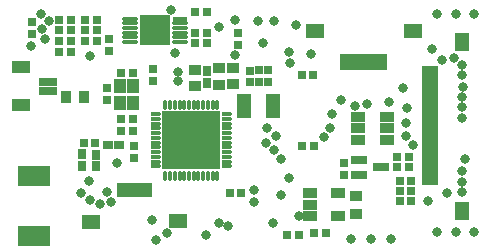
<source format=gbs>
G04 Layer_Color=16711935*
%FSLAX43Y43*%
%MOMM*%
G71*
G01*
G75*
%ADD80R,0.803X0.703*%
%ADD81R,1.103X0.903*%
%ADD85R,0.903X1.103*%
%ADD86R,0.703X0.803*%
%ADD102C,0.823*%
%ADD103C,0.863*%
%ADD104R,1.603X1.003*%
%ADD105R,1.503X0.703*%
%ADD106R,1.203X1.603*%
%ADD107R,1.403X0.503*%
%ADD108R,1.603X1.203*%
%ADD109R,0.503X1.403*%
%ADD110R,0.503X1.203*%
%ADD111R,2.803X1.703*%
%ADD112R,0.703X0.853*%
%ADD113O,0.853X0.403*%
%ADD114O,0.403X0.853*%
%ADD115R,4.903X4.903*%
%ADD116R,1.203X2.003*%
%ADD117R,0.853X0.703*%
%ADD118R,1.003X0.953*%
%ADD119R,1.303X0.853*%
%ADD120R,1.403X0.703*%
%ADD121R,1.303X0.403*%
%ADD122O,1.303X0.403*%
%ADD123R,2.503X2.503*%
%ADD124R,1.053X1.153*%
D80*
X6550Y9483D02*
D03*
X7550D02*
D03*
X6700Y19000D02*
D03*
X7700D02*
D03*
X4500Y17192D02*
D03*
X5500D02*
D03*
X4506Y19000D02*
D03*
X5506D02*
D03*
X4500Y18100D02*
D03*
X5500D02*
D03*
X5500Y19900D02*
D03*
X4500D02*
D03*
X23800Y1700D02*
D03*
X24800D02*
D03*
X33300Y4518D02*
D03*
X34300D02*
D03*
X33300Y6265D02*
D03*
X34300D02*
D03*
X33082Y8288D02*
D03*
X34082D02*
D03*
X17000Y20600D02*
D03*
X16000D02*
D03*
X16000Y17893D02*
D03*
X17000D02*
D03*
X7700Y19900D02*
D03*
X6700D02*
D03*
X18900Y5272D02*
D03*
X19900D02*
D03*
X9700Y10500D02*
D03*
X10700D02*
D03*
X10689Y11500D02*
D03*
X9689D02*
D03*
X10689Y15357D02*
D03*
X9689D02*
D03*
X26070Y1810D02*
D03*
X27070D02*
D03*
X33300Y5400D02*
D03*
X34300D02*
D03*
X33100Y7398D02*
D03*
X34100D02*
D03*
X17000Y18755D02*
D03*
X16000D02*
D03*
X6700Y18069D02*
D03*
X7700D02*
D03*
X25040Y9250D02*
D03*
X26040D02*
D03*
X25000Y15184D02*
D03*
X26000D02*
D03*
D81*
X29600Y4983D02*
D03*
Y3483D02*
D03*
X18050Y14357D02*
D03*
Y15857D02*
D03*
D85*
X6590Y13400D02*
D03*
X5090D02*
D03*
D86*
X2200Y19700D02*
D03*
Y18700D02*
D03*
X28620Y7758D02*
D03*
Y6758D02*
D03*
X19581Y17800D02*
D03*
Y18800D02*
D03*
X10800Y8228D02*
D03*
Y9228D02*
D03*
X12400Y14700D02*
D03*
Y15700D02*
D03*
X22180Y14607D02*
D03*
Y15607D02*
D03*
X8500Y13100D02*
D03*
Y14100D02*
D03*
X20600Y14600D02*
D03*
Y15600D02*
D03*
X21400Y14607D02*
D03*
Y15607D02*
D03*
X8664Y18242D02*
D03*
Y17242D02*
D03*
D102*
X12300Y2975D02*
D03*
X24494Y19500D02*
D03*
X24800Y3270D02*
D03*
X20954Y4502D02*
D03*
X20943Y5473D02*
D03*
X23260Y5100D02*
D03*
X23900Y6500D02*
D03*
X18800Y2400D02*
D03*
X22600Y2700D02*
D03*
X37900Y16700D02*
D03*
X36900Y16500D02*
D03*
X8500Y5300D02*
D03*
X8900Y4460D02*
D03*
X7900Y4317D02*
D03*
X7125Y4670D02*
D03*
X6300Y5227D02*
D03*
X9400Y7800D02*
D03*
X7000Y6252D02*
D03*
X32600Y1300D02*
D03*
X29200D02*
D03*
X13979Y20700D02*
D03*
X23979Y17157D02*
D03*
X21279Y19800D02*
D03*
X36030Y17424D02*
D03*
X32368Y12900D02*
D03*
X33600Y14140D02*
D03*
X36500Y20348D02*
D03*
X39602Y20357D02*
D03*
X38040D02*
D03*
Y1900D02*
D03*
X39602D02*
D03*
X36500Y1891D02*
D03*
X7125Y16844D02*
D03*
X30900Y1300D02*
D03*
X18000Y19255D02*
D03*
X22690Y19800D02*
D03*
X34400Y9304D02*
D03*
X37300Y5200D02*
D03*
X21700Y17900D02*
D03*
X25800Y17026D02*
D03*
X28300Y13100D02*
D03*
X24000Y16200D02*
D03*
X33900Y12396D02*
D03*
X38626Y7100D02*
D03*
X38600Y13400D02*
D03*
X33884Y10065D02*
D03*
X38600Y16100D02*
D03*
Y12500D02*
D03*
X38626Y6200D02*
D03*
Y5300D02*
D03*
X38600Y15200D02*
D03*
X38600Y11557D02*
D03*
X38800Y8100D02*
D03*
X38678Y14170D02*
D03*
X33884Y11200D02*
D03*
X35700Y4549D02*
D03*
X30500Y12792D02*
D03*
X26934Y9991D02*
D03*
X27400Y10700D02*
D03*
X27600Y11900D02*
D03*
X22100Y10700D02*
D03*
X22000Y9500D02*
D03*
X29500Y12600D02*
D03*
X14283Y17080D02*
D03*
X2100Y17700D02*
D03*
X19400Y16900D02*
D03*
X19325Y19900D02*
D03*
X3300Y18300D02*
D03*
X3020Y19100D02*
D03*
X3600Y19782D02*
D03*
X2957Y20395D02*
D03*
X14500Y15500D02*
D03*
X14525Y14710D02*
D03*
X22800Y10100D02*
D03*
X22700Y8900D02*
D03*
X23260Y8133D02*
D03*
X13600Y1810D02*
D03*
X18000Y2700D02*
D03*
X16900Y1700D02*
D03*
X12700Y1275D02*
D03*
D103*
X15075Y11500D02*
D03*
X16275D02*
D03*
X17475D02*
D03*
Y9100D02*
D03*
Y7900D02*
D03*
Y10300D02*
D03*
X13875Y11500D02*
D03*
X16275Y9100D02*
D03*
Y10300D02*
D03*
X15075D02*
D03*
Y7900D02*
D03*
X16275D02*
D03*
X13875Y9100D02*
D03*
X15075D02*
D03*
X13875Y10300D02*
D03*
Y7900D02*
D03*
D104*
X1260Y15864D02*
D03*
Y12664D02*
D03*
D105*
X3510Y13864D02*
D03*
Y14664D02*
D03*
D106*
X38550Y18050D02*
D03*
Y3750D02*
D03*
D107*
X35900Y6200D02*
D03*
Y6700D02*
D03*
Y7200D02*
D03*
Y7700D02*
D03*
Y8200D02*
D03*
Y8700D02*
D03*
Y9200D02*
D03*
Y9700D02*
D03*
Y10200D02*
D03*
Y10700D02*
D03*
Y11200D02*
D03*
Y11700D02*
D03*
Y12200D02*
D03*
Y12700D02*
D03*
Y13200D02*
D03*
Y13700D02*
D03*
Y14200D02*
D03*
Y14700D02*
D03*
Y15200D02*
D03*
Y15700D02*
D03*
D108*
X26100Y18957D02*
D03*
X34450D02*
D03*
X7200Y2779D02*
D03*
X14550Y2829D02*
D03*
D109*
X28500Y16307D02*
D03*
X29000D02*
D03*
X29500D02*
D03*
X30000D02*
D03*
X30500D02*
D03*
X31000D02*
D03*
X31500D02*
D03*
X32000D02*
D03*
D110*
X9600Y5529D02*
D03*
X12100D02*
D03*
X11600D02*
D03*
X10100D02*
D03*
X11100D02*
D03*
X10600D02*
D03*
D111*
X2340Y6700D02*
D03*
Y1600D02*
D03*
D112*
X6422Y7558D02*
D03*
X6422Y8508D02*
D03*
X7600Y7525D02*
D03*
X7600Y8475D02*
D03*
X17005Y15530D02*
D03*
X17005Y14580D02*
D03*
D113*
X18700Y11900D02*
D03*
Y11500D02*
D03*
Y11100D02*
D03*
Y10700D02*
D03*
Y10300D02*
D03*
Y9900D02*
D03*
Y9500D02*
D03*
Y9100D02*
D03*
Y8700D02*
D03*
Y8300D02*
D03*
Y7900D02*
D03*
Y7500D02*
D03*
X12650D02*
D03*
Y7900D02*
D03*
Y8300D02*
D03*
Y8700D02*
D03*
Y9100D02*
D03*
Y9500D02*
D03*
Y9900D02*
D03*
Y10300D02*
D03*
Y10700D02*
D03*
Y11100D02*
D03*
Y11500D02*
D03*
Y11900D02*
D03*
D114*
X17875Y6675D02*
D03*
X17475D02*
D03*
X17075D02*
D03*
X16675D02*
D03*
X16275D02*
D03*
X15875D02*
D03*
X15475D02*
D03*
X15075D02*
D03*
X14675D02*
D03*
X14275D02*
D03*
X13875D02*
D03*
X13475D02*
D03*
Y12725D02*
D03*
X13875D02*
D03*
X14275D02*
D03*
X14675D02*
D03*
X15075D02*
D03*
X15475D02*
D03*
X15875D02*
D03*
X16275D02*
D03*
X16675D02*
D03*
X17075D02*
D03*
X17475D02*
D03*
X17875D02*
D03*
D115*
X15675Y9700D02*
D03*
D116*
X22596Y12608D02*
D03*
X20096D02*
D03*
D117*
X8635Y9297D02*
D03*
X9585Y9297D02*
D03*
D118*
X19215Y14432D02*
D03*
Y15782D02*
D03*
X16000Y15643D02*
D03*
Y14293D02*
D03*
D119*
X32200Y9750D02*
D03*
Y10700D02*
D03*
Y11650D02*
D03*
X29800D02*
D03*
Y10700D02*
D03*
Y9750D02*
D03*
X25700Y3292D02*
D03*
Y4241D02*
D03*
Y5192D02*
D03*
X28100D02*
D03*
Y3292D02*
D03*
D120*
X29850Y6750D02*
D03*
Y8050D02*
D03*
X31750Y7400D02*
D03*
D121*
X14700Y20000D02*
D03*
D122*
Y19600D02*
D03*
Y19200D02*
D03*
Y18800D02*
D03*
Y18400D02*
D03*
Y18000D02*
D03*
X10450Y20000D02*
D03*
Y19600D02*
D03*
Y19200D02*
D03*
Y18800D02*
D03*
Y18400D02*
D03*
Y18000D02*
D03*
D123*
X12600Y19000D02*
D03*
D124*
X10757Y12840D02*
D03*
X9607D02*
D03*
Y14290D02*
D03*
X10757D02*
D03*
M02*

</source>
